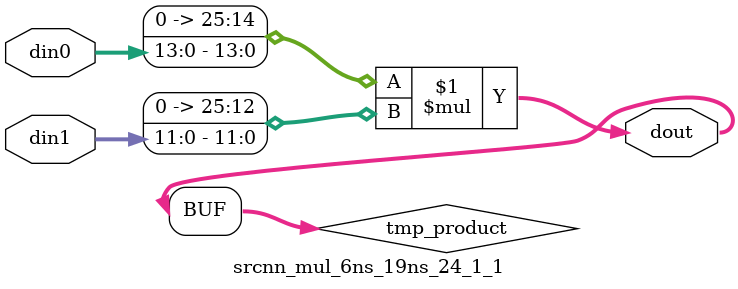
<source format=v>

`timescale 1 ns / 1 ps

  module srcnn_mul_6ns_19ns_24_1_1(din0, din1, dout);
parameter ID = 1;
parameter NUM_STAGE = 0;
parameter din0_WIDTH = 14;
parameter din1_WIDTH = 12;
parameter dout_WIDTH = 26;

input [din0_WIDTH - 1 : 0] din0; 
input [din1_WIDTH - 1 : 0] din1; 
output [dout_WIDTH - 1 : 0] dout;

wire signed [dout_WIDTH - 1 : 0] tmp_product;










assign tmp_product = $signed({1'b0, din0}) * $signed({1'b0, din1});











assign dout = tmp_product;







endmodule

</source>
